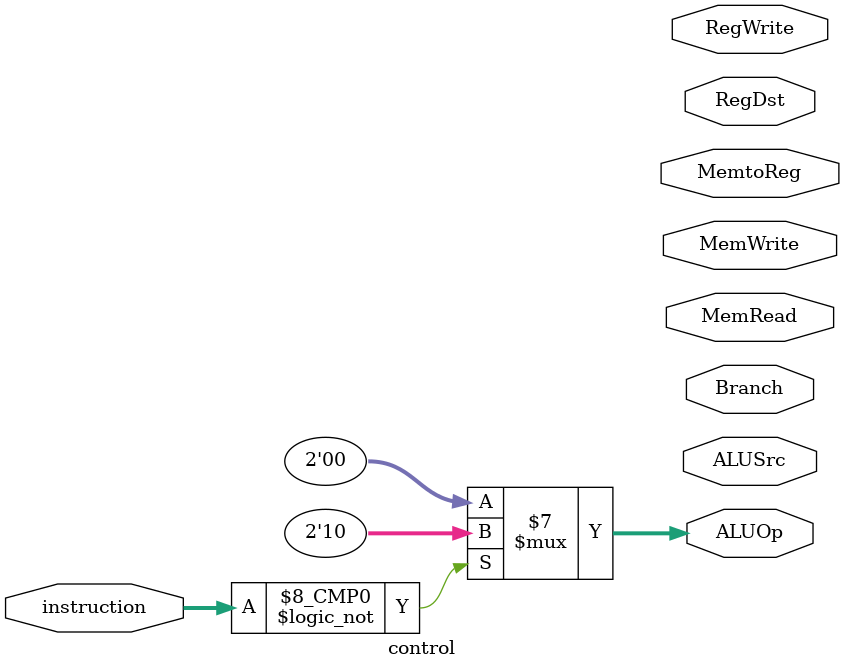
<source format=v>
`timescale 1ns / 1ps

module control(
    input [5:0] instruction,
    
    output reg RegDst,
    output reg Branch,
    output reg MemRead,
    output reg MemtoReg,
    output reg [1:0]ALUOp,
    output reg MemWrite,
    output reg ALUSrc,
    output reg RegWrite
    );
    
    always@(*)
    begin
        case(instruction)
            6'b000000: ALUOp=2'b10;      //R-Format
            6'b000010: ALUOp=2'b0;      //jmp
            6'b000100: ALUOp=2'b0;      //beq
            6'b100011: ALUOp=2'b0;      //lw
            6'b101011: ALUOp=2'b0;      //sw
            default: ALUOp= 2'b0;
        endcase
    end
endmodule

</source>
